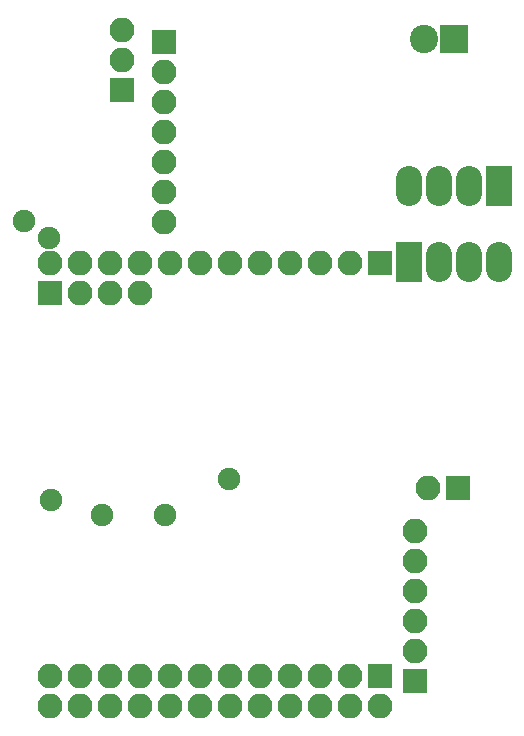
<source format=gbs>
G04 #@! TF.FileFunction,Soldermask,Bot*
%FSLAX46Y46*%
G04 Gerber Fmt 4.6, Leading zero omitted, Abs format (unit mm)*
G04 Created by KiCad (PCBNEW 4.0.7-e2-6376~58~ubuntu16.04.1) date Sat Jul  7 02:27:32 2018*
%MOMM*%
%LPD*%
G01*
G04 APERTURE LIST*
%ADD10C,0.100000*%
%ADD11R,2.100000X2.100000*%
%ADD12O,2.100000X2.100000*%
%ADD13R,2.200000X3.400000*%
%ADD14O,2.200000X3.400000*%
%ADD15R,2.400000X2.400000*%
%ADD16C,2.400000*%
%ADD17C,1.900000*%
G04 APERTURE END LIST*
D10*
D11*
X90644900Y-91913200D03*
D12*
X88104900Y-91913200D03*
D13*
X94100000Y-66300000D03*
D14*
X91560000Y-66300000D03*
X86480000Y-66300000D03*
X89020000Y-66300000D03*
D15*
X90313000Y-53892200D03*
D16*
X87773000Y-53892200D03*
D13*
X86480000Y-72800000D03*
D14*
X89020000Y-72800000D03*
X94100000Y-72800000D03*
X91560000Y-72800000D03*
D11*
X87000000Y-108220000D03*
D12*
X87000000Y-105680000D03*
X87000000Y-103140000D03*
X87000000Y-100600000D03*
X87000000Y-98060000D03*
X87000000Y-95520000D03*
D11*
X83980000Y-72820000D03*
D12*
X81440000Y-72820000D03*
X78900000Y-72820000D03*
X76360000Y-72820000D03*
X73820000Y-72820000D03*
X71280000Y-72820000D03*
X68740000Y-72820000D03*
X66200000Y-72820000D03*
X63660000Y-72820000D03*
X61120000Y-72820000D03*
X58580000Y-72820000D03*
X56040000Y-72820000D03*
D11*
X56040000Y-75360000D03*
D12*
X58580000Y-75360000D03*
X61120000Y-75360000D03*
X63660000Y-75360000D03*
D11*
X62184200Y-58207400D03*
D12*
X62184200Y-55667400D03*
X62184200Y-53127400D03*
D11*
X83980000Y-107830000D03*
D12*
X83980000Y-110370000D03*
X81440000Y-107830000D03*
X81440000Y-110370000D03*
X78900000Y-107830000D03*
X78900000Y-110370000D03*
X76360000Y-107830000D03*
X76360000Y-110370000D03*
X73820000Y-107830000D03*
X73820000Y-110370000D03*
X71280000Y-107830000D03*
X71280000Y-110370000D03*
X68740000Y-107830000D03*
X68740000Y-110370000D03*
X66200000Y-107830000D03*
X66200000Y-110370000D03*
X63660000Y-107830000D03*
X63660000Y-110370000D03*
X61120000Y-107830000D03*
X61120000Y-110370000D03*
X58580000Y-107830000D03*
X58580000Y-110370000D03*
X56040000Y-107830000D03*
X56040000Y-110370000D03*
D11*
X65700000Y-54175000D03*
D12*
X65700000Y-56715000D03*
X65700000Y-59255000D03*
X65700000Y-61795000D03*
X65700000Y-64335000D03*
X65700000Y-66875000D03*
X65700000Y-69415000D03*
D17*
X56134000Y-92964000D03*
X71270000Y-91170000D03*
X65786000Y-94234000D03*
X55970000Y-70700000D03*
X60440000Y-94234000D03*
X53848000Y-69342000D03*
M02*

</source>
